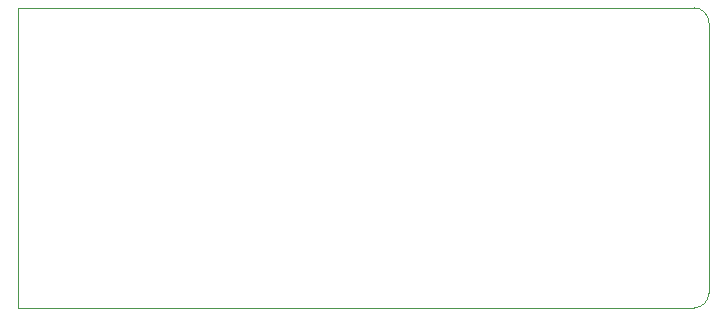
<source format=gm1>
G04 #@! TF.GenerationSoftware,KiCad,Pcbnew,7.0.6*
G04 #@! TF.CreationDate,2023-12-21T17:10:59+03:00*
G04 #@! TF.ProjectId,Penguin Junior,50656e67-7569-46e2-904a-756e696f722e,rev?*
G04 #@! TF.SameCoordinates,Original*
G04 #@! TF.FileFunction,Profile,NP*
%FSLAX46Y46*%
G04 Gerber Fmt 4.6, Leading zero omitted, Abs format (unit mm)*
G04 Created by KiCad (PCBNEW 7.0.6) date 2023-12-21 17:10:59*
%MOMM*%
%LPD*%
G01*
G04 APERTURE LIST*
G04 #@! TA.AperFunction,Profile*
%ADD10C,0.100000*%
G04 #@! TD*
G04 APERTURE END LIST*
D10*
X101905000Y-83460000D02*
X159155000Y-83460000D01*
X101905000Y-83460000D02*
X101905000Y-108860000D01*
X159155000Y-108860000D02*
X101905000Y-108860000D01*
X160405000Y-84710000D02*
G75*
G03*
X159155000Y-83460000I-1250000J0D01*
G01*
X160405000Y-84710000D02*
X160405000Y-107610000D01*
X159155000Y-108860000D02*
G75*
G03*
X160405000Y-107610000I0J1250000D01*
G01*
M02*

</source>
